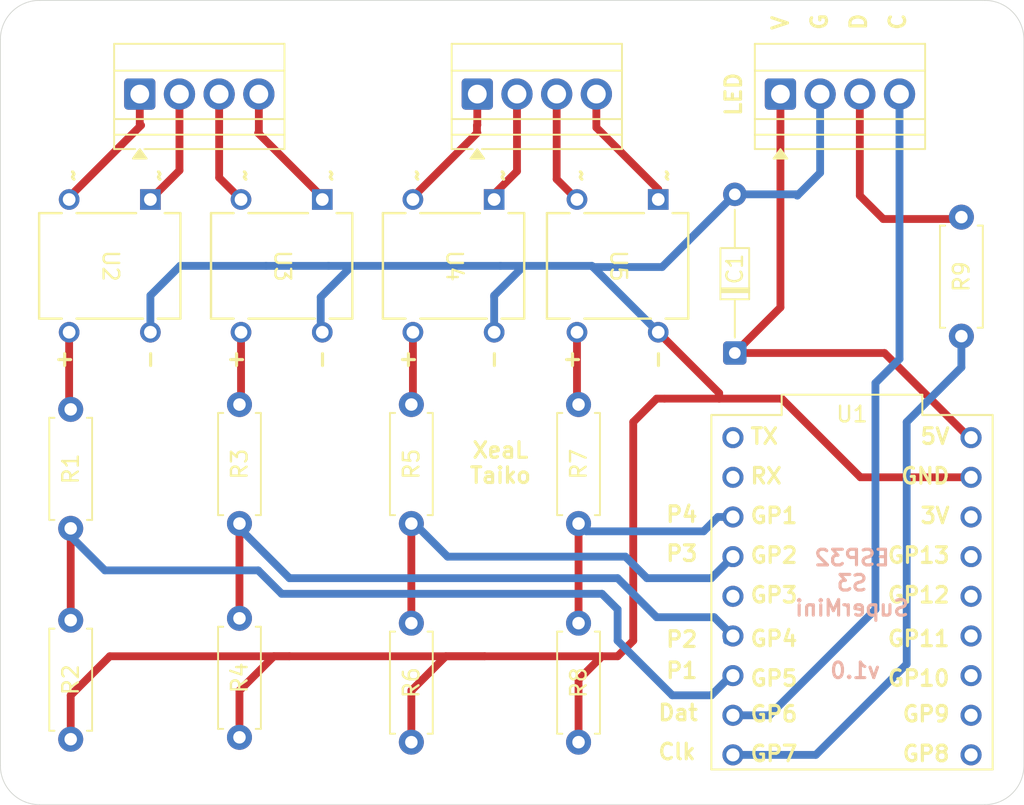
<source format=kicad_pcb>
(kicad_pcb (version 20241229) (generator "pcbnew") (generator_version "9.0")
  (layers (0 "F.Cu" signal) (2 "B.Cu" signal) (13 "F.Paste" user) (15 "B.Paste" user) (5 "F.SilkS" user "F.Silkscreen") (7 "B.SilkS" user "B.Silkscreen") (1 "F.Mask" user) (3 "B.Mask" user) (25 "Edge.Cuts" user))
  (net 0 "")
  (net 1 "GND")
  (net 2 "Net-(J3-Pin_1)")
  (net 3 "Net-(J1-Pin_4)")
  (net 4 "Net-(J1-Pin_1)")
  (net 5 "Net-(J1-Pin_2)")
  (net 6 "Net-(J1-Pin_3)")
  (net 7 "Net-(J2-Pin_3)")
  (net 8 "Net-(J2-Pin_1)")
  (net 9 "Net-(J2-Pin_4)")
  (net 10 "Net-(J2-Pin_2)")
  (net 11 "Net-(J3-Pin_3)")
  (net 12 "Net-(J3-Pin_4)")
  (net 13 "Net-(R1-Pad1)")
  (net 14 "Net-(U1-GP5)")
  (net 15 "Net-(R3-Pad1)")
  (net 16 "Net-(U1-GP4)")
  (net 17 "Net-(U1-GP2)")
  (net 18 "Net-(R5-Pad1)")
  (net 19 "Net-(R7-Pad1)")
  (net 20 "Net-(U1-GP1)")
  (net 21 "Net-(U1-GP7)")
  (footprint "DB107-G:DB107-G_CIP" (layer "F.Cu") (at 121.1 45.75 -90)
    (property "Reference" "U2" (at 4.25 2.54 270) (layer "F.SilkS"))
    (property "Value" "DB107-G")
    (fp_line (start 0.8718 7.1212) (end 7.6282 7.1212) (stroke (width 0.1524)) (layer "F.SilkS"))
    (fp_line (start 7.6282 7.1212) (end 7.6282 5.675703) (stroke (width 0.1524)) (layer "F.SilkS"))
    (fp_line (start 0.8718 5.675703) (end 0.8718 7.1212) (stroke (width 0.1524)) (layer "F.SilkS"))
    (fp_line (start 7.6282 4.724297) (end 7.6282 0.475703) (stroke (width 0.1524)) (layer "F.SilkS"))
    (fp_line (start 0.8718 0.917356) (end 0.8718 4.724297) (stroke (width 0.1524)) (layer "F.SilkS"))
    (fp_line (start 7.6282 -0.475703) (end 7.6282 -1.9212) (stroke (width 0.1524)) (layer "F.SilkS"))
    (fp_line (start 0.8718 -1.9212) (end 0.8718 -0.917356) (stroke (width 0.1524)) (layer "F.SilkS"))
    (fp_line (start 7.6282 -1.9212) (end 0.8718 -1.9212) (stroke (width 0.1524)) (layer "F.SilkS"))
    (fp_text user "~" (at -2 0 270) (layer "F.SilkS") (effects (font (thickness 0.2) (bold yes)) (justify left bottom)))
    (fp_text user "+" (at 9.5 6 270) (layer "F.SilkS") (effects (font (thickness 0.2) (bold yes)) (justify left bottom)))
    (fp_text user "~" (at -2 5.5 270) (layer "F.SilkS") (effects (font (thickness 0.2) (bold yes)) (justify left bottom)))
    (fp_text user "-" (at 9.5 0.5 270) (layer "F.SilkS") (effects (font (thickness 0.2) (bold yes)) (justify left bottom)))
    (pad "1" thru_hole rect (at 0 0 270) (size 1.3208 1.3208) (drill 0.8128) (layers "*.Cu" "*.Mask") (net 5 "Net-(J1-Pin_2)"))
    (pad "2" thru_hole circle (at 0 5.2 270) (size 1.3208 1.3208) (drill 0.8128) (layers "*.Cu" "*.Mask") (net 4 "Net-(J1-Pin_1)"))
    (pad "3" thru_hole circle (at 8.499999 5.2 270) (size 1.3208 1.3208) (drill 0.8128) (layers "*.Cu" "*.Mask") (net 13 "Net-(R1-Pad1)"))
    (pad "4" thru_hole circle (at 8.499999 0 270) (size 1.3208 1.3208) (drill 0.8128) (layers "*.Cu" "*.Mask") (net 1 "GND"))
  )
  (footprint "Resistor_THT:R_Axial_DIN0207_L6.3mm_D2.5mm_P7.62mm_Horizontal" (layer "F.Cu") (at 126.8 58.88 -90)
    (property "Reference" "R3" (at 3.81 0 90) (layer "F.SilkS"))
    (property "Value" "100k")
    (fp_line (start 0.54 1.37) (end 7.08 1.37) (stroke (width 0.12)) (layer "F.SilkS"))
    (fp_line (start 7.08 1.37) (end 7.08 1.04) (stroke (width 0.12)) (layer "F.SilkS"))
    (fp_line (start 0.54 1.04) (end 0.54 1.37) (stroke (width 0.12)) (layer "F.SilkS"))
    (fp_line (start 0.54 -1.04) (end 0.54 -1.37) (stroke (width 0.12)) (layer "F.SilkS"))
    (fp_line (start 0.54 -1.37) (end 7.08 -1.37) (stroke (width 0.12)) (layer "F.SilkS"))
    (fp_line (start 7.08 -1.37) (end 7.08 -1.04) (stroke (width 0.12)) (layer "F.SilkS"))
    (pad "1" thru_hole circle (at 0 0 270) (size 1.6 1.6) (drill 0.8) (layers "*.Cu" "*.Mask") (net 15 "Net-(R3-Pad1)"))
    (pad "2" thru_hole circle (at 7.62 0 270) (size 1.6 1.6) (drill 0.8) (layers "*.Cu" "*.Mask") (net 16 "Net-(U1-GP4)"))
  )
  (footprint "MountingHole:MountingHole_3mm" (layer "F.Cu") (at 121.5 79.5)
    (property "Reference" "REF**" (hide yes))
    (property "Value" "MountingHole_3mm")
    (pad "" np_thru_hole circle (at 0 0) (size 3 3) (drill 3) (layers "*.Cu" "*.Mask"))
  )
  (footprint "Resistor_THT:R_Axial_DIN0207_L6.3mm_D2.5mm_P7.62mm_Horizontal" (layer "F.Cu") (at 137.8 58.88 -90)
    (property "Reference" "R5" (at 3.81 0 90) (layer "F.SilkS"))
    (property "Value" "100k")
    (fp_line (start 0.54 1.37) (end 7.08 1.37) (stroke (width 0.12)) (layer "F.SilkS"))
    (fp_line (start 7.08 1.37) (end 7.08 1.04) (stroke (width 0.12)) (layer "F.SilkS"))
    (fp_line (start 0.54 1.04) (end 0.54 1.37) (stroke (width 0.12)) (layer "F.SilkS"))
    (fp_line (start 0.54 -1.04) (end 0.54 -1.37) (stroke (width 0.12)) (layer "F.SilkS"))
    (fp_line (start 0.54 -1.37) (end 7.08 -1.37) (stroke (width 0.12)) (layer "F.SilkS"))
    (fp_line (start 7.08 -1.37) (end 7.08 -1.04) (stroke (width 0.12)) (layer "F.SilkS"))
    (pad "1" thru_hole circle (at 0 0 270) (size 1.6 1.6) (drill 0.8) (layers "*.Cu" "*.Mask") (net 18 "Net-(R5-Pad1)"))
    (pad "2" thru_hole circle (at 7.62 0 270) (size 1.6 1.6) (drill 0.8) (layers "*.Cu" "*.Mask") (net 17 "Net-(U1-GP2)"))
  )
  (footprint "esp32-s3-supermini:esp32-s3-supermini" (layer "F.Cu") (at 166 70.9)
    (property "Reference" "U1" (at 0 -11.4 0) (layer "F.SilkS"))
    (property "Value" "ESP32-S3-Supermini")
    (fp_line (start -9 11.35) (end -9 -11.35) (stroke (width 0.127)) (layer "F.SilkS"))
    (fp_line (start -4.5 -12.65) (end -4.5 -11.35) (stroke (width 0.127)) (layer "F.SilkS"))
    (fp_line (start -4.5 -11.35) (end -9 -11.35) (stroke (width 0.127)) (layer "F.SilkS"))
    (fp_line (start 4.5 -12.65) (end -4.5 -12.65) (stroke (width 0.127)) (layer "F.SilkS"))
    (fp_line (start 4.5 -12.65) (end 4.5 -11.35) (stroke (width 0.127)) (layer "F.SilkS"))
    (fp_line (start 9 -11.35) (end 4.5 -11.35) (stroke (width 0.127)) (layer "F.SilkS"))
    (fp_line (start 9 11.35) (end -9 11.35) (stroke (width 0.127)) (layer "F.SilkS"))
    (fp_line (start 9 11.35) (end 9 -11.35) (stroke (width 0.127)) (layer "F.SilkS"))
    (fp_text user "GP6" (at -6.604 8.382 0) (layer "F.SilkS") (effects (font (thickness 0.2) (bold yes)) (justify left bottom)))
    (fp_text user "GP13" (at 6.35 -1.778 0) (layer "F.SilkS") (effects (font (thickness 0.2) (bold yes)) (justify right bottom)))
    (fp_text user "GP10" (at 6.35 6.096 0) (layer "F.SilkS") (effects (font (thickness 0.2) (bold yes)) (justify right bottom)))
    (fp_text user "5V" (at 6.35 -9.398 0) (layer "F.SilkS") (effects (font (thickness 0.2) (bold yes)) (justify right bottom)))
    (fp_text user "GND" (at 6.35 -6.858 0) (layer "F.SilkS") (effects (font (thickness 0.2) (bold yes)) (justify right bottom)))
    (fp_text user "GP1" (at -6.604 -4.318 0) (layer "F.SilkS") (effects (font (thickness 0.2) (bold yes)) (justify left bottom)))
    (fp_text user "GP2" (at -6.604 -1.778 0) (layer "F.SilkS") (effects (font (thickness 0.2) (bold yes)) (justify left bottom)))
    (fp_text user "3V" (at 6.35 -4.318 0) (layer "F.SilkS") (effects (font (thickness 0.2) (bold yes)) (justify right bottom)))
    (fp_text user "GP7" (at -6.604 10.922 0) (layer "F.SilkS") (effects (font (thickness 0.2) (bold yes)) (justify left bottom)))
    (fp_text user "GP5" (at -6.604 6.096 0) (layer "F.SilkS") (effects (font (thickness 0.2) (bold yes)) (justify left bottom)))
    (fp_text user "GP8" (at 6.35 10.922 0) (layer "F.SilkS") (effects (font (thickness 0.2) (bold yes)) (justify right bottom)))
    (fp_text user "GP3" (at -6.604 0.762 0) (layer "F.SilkS") (effects (font (thickness 0.2) (bold yes)) (justify left bottom)))
    (fp_text user "GP11" (at 6.35 3.556 0) (layer "F.SilkS") (effects (font (thickness 0.2) (bold yes)) (justify right bottom)))
    (fp_text user "GP12" (at 6.35 0.762 0) (layer "F.SilkS") (effects (font (thickness 0.2) (bold yes)) (justify right bottom)))
    (fp_text user "TX" (at -6.604 -9.398 0) (layer "F.SilkS") (effects (font (thickness 0.2) (bold yes)) (justify left bottom)))
    (fp_text user "GP9" (at 6.35 8.382 0) (layer "F.SilkS") (effects (font (thickness 0.2) (bold yes)) (justify right bottom)))
    (fp_text user "RX" (at -6.604 -6.858 0) (layer "F.SilkS") (effects (font (thickness 0.2) (bold yes)) (justify left bottom)))
    (fp_text user "GP4" (at -6.604 3.556 0) (layer "F.SilkS") (effects (font (thickness 0.2) (bold yes)) (justify left bottom)))
    (pad "1" thru_hole circle (at -7.62 -9.9) (size 1.348 1.348) (drill 0.84) (layers "*.Cu" "*.Mask"))
    (pad "2" thru_hole circle (at -7.62 -7.36) (size 1.348 1.348) (drill 0.84) (layers "*.Cu" "*.Mask"))
    (pad "3" thru_hole circle (at -7.62 -4.82) (size 1.348 1.348) (drill 0.84) (layers "*.Cu" "*.Mask") (net 20 "Net-(U1-GP1)"))
    (pad "4" thru_hole circle (at -7.62 -2.28) (size 1.348 1.348) (drill 0.84) (layers "*.Cu" "*.Mask") (net 17 "Net-(U1-GP2)"))
    (pad "5" thru_hole circle (at -7.62 0.26) (size 1.348 1.348) (drill 0.84) (layers "*.Cu" "*.Mask"))
    (pad "6" thru_hole circle (at -7.62 2.8) (size 1.348 1.348) (drill 0.84) (layers "*.Cu" "*.Mask") (net 16 "Net-(U1-GP4)"))
    (pad "7" thru_hole circle (at -7.62 5.34) (size 1.348 1.348) (drill 0.84) (layers "*.Cu" "*.Mask") (net 14 "Net-(U1-GP5)"))
    (pad "8" thru_hole circle (at -7.62 7.88) (size 1.348 1.348) (drill 0.84) (layers "*.Cu" "*.Mask") (net 12 "Net-(J3-Pin_4)"))
    (pad "9" thru_hole circle (at -7.62 10.414) (size 1.348 1.348) (drill 0.84) (layers "*.Cu" "*.Mask") (net 21 "Net-(U1-GP7)"))
    (pad "10" thru_hole circle (at 7.62 10.414) (size 1.348 1.348) (drill 0.84) (layers "*.Cu" "*.Mask"))
    (pad "11" thru_hole circle (at 7.62 7.88) (size 1.348 1.348) (drill 0.84) (layers "*.Cu" "*.Mask"))
    (pad "12" thru_hole circle (at 7.62 5.34) (size 1.348 1.348) (drill 0.84) (layers "*.Cu" "*.Mask"))
    (pad "13" thru_hole circle (at 7.62 2.8) (size 1.348 1.348) (drill 0.84) (layers "*.Cu" "*.Mask"))
    (pad "14" thru_hole circle (at 7.62 0.26) (size 1.348 1.348) (drill 0.84) (layers "*.Cu" "*.Mask"))
    (pad "15" thru_hole circle (at 7.62 -2.28) (size 1.348 1.348) (drill 0.84) (layers "*.Cu" "*.Mask"))
    (pad "16" thru_hole circle (at 7.62 -4.82) (size 1.348 1.348) (drill 0.84) (layers "*.Cu" "*.Mask"))
    (pad "17" thru_hole circle (at 7.62 -7.36) (size 1.348 1.348) (drill 0.84) (layers "*.Cu" "*.Mask") (net 1 "GND"))
    (pad "18" thru_hole circle (at 7.62 -9.9) (size 1.348 1.348) (drill 0.84) (layers "*.Cu" "*.Mask") (net 2 "Net-(J3-Pin_1)"))
  )
  (footprint "DB107-G:DB107-G_CIP" (layer "F.Cu") (at 143.1 45.75 -90)
    (property "Reference" "U4" (at 4.25 2.54 270) (layer "F.SilkS"))
    (property "Value" "DB107-G")
    (fp_line (start 0.8718 7.1212) (end 7.6282 7.1212) (stroke (width 0.1524)) (layer "F.SilkS"))
    (fp_line (start 7.6282 7.1212) (end 7.6282 5.675703) (stroke (width 0.1524)) (layer "F.SilkS"))
    (fp_line (start 0.8718 5.675703) (end 0.8718 7.1212) (stroke (width 0.1524)) (layer "F.SilkS"))
    (fp_line (start 7.6282 4.724297) (end 7.6282 0.475703) (stroke (width 0.1524)) (layer "F.SilkS"))
    (fp_line (start 0.8718 0.917356) (end 0.8718 4.724297) (stroke (width 0.1524)) (layer "F.SilkS"))
    (fp_line (start 7.6282 -0.475703) (end 7.6282 -1.9212) (stroke (width 0.1524)) (layer "F.SilkS"))
    (fp_line (start 0.8718 -1.9212) (end 0.8718 -0.917356) (stroke (width 0.1524)) (layer "F.SilkS"))
    (fp_line (start 7.6282 -1.9212) (end 0.8718 -1.9212) (stroke (width 0.1524)) (layer "F.SilkS"))
    (fp_text user "-" (at 9.5 0.5 270) (layer "F.SilkS") (effects (font (thickness 0.2) (bold yes)) (justify left bottom)))
    (fp_text user "~" (at -2 5.5 270) (layer "F.SilkS") (effects (font (thickness 0.2) (bold yes)) (justify left bottom)))
    (fp_text user "~" (at -2 0 270) (layer "F.SilkS") (effects (font (thickness 0.2) (bold yes)) (justify left bottom)))
    (fp_text user "+" (at 9.5 6 270) (layer "F.SilkS") (effects (font (thickness 0.2) (bold yes)) (justify left bottom)))
    (pad "1" thru_hole rect (at 0 0 270) (size 1.3208 1.3208) (drill 0.8128) (layers "*.Cu" "*.Mask") (net 10 "Net-(J2-Pin_2)"))
    (pad "2" thru_hole circle (at 0 5.2 270) (size 1.3208 1.3208) (drill 0.8128) (layers "*.Cu" "*.Mask") (net 8 "Net-(J2-Pin_1)"))
    (pad "3" thru_hole circle (at 8.499999 5.2 270) (size 1.3208 1.3208) (drill 0.8128) (layers "*.Cu" "*.Mask") (net 18 "Net-(R5-Pad1)"))
    (pad "4" thru_hole circle (at 8.499999 0 270) (size 1.3208 1.3208) (drill 0.8128) (layers "*.Cu" "*.Mask") (net 1 "GND"))
  )
  (footprint "Resistor_THT:R_Axial_DIN0207_L6.3mm_D2.5mm_P7.62mm_Horizontal" (layer "F.Cu") (at 137.8 72.88 -90)
    (property "Reference" "R6" (at 3.81 0 90) (layer "F.SilkS"))
    (property "Value" "100k")
    (fp_line (start 0.54 1.37) (end 7.08 1.37) (stroke (width 0.12)) (layer "F.SilkS"))
    (fp_line (start 7.08 1.37) (end 7.08 1.04) (stroke (width 0.12)) (layer "F.SilkS"))
    (fp_line (start 0.54 1.04) (end 0.54 1.37) (stroke (width 0.12)) (layer "F.SilkS"))
    (fp_line (start 0.54 -1.04) (end 0.54 -1.37) (stroke (width 0.12)) (layer "F.SilkS"))
    (fp_line (start 0.54 -1.37) (end 7.08 -1.37) (stroke (width 0.12)) (layer "F.SilkS"))
    (fp_line (start 7.08 -1.37) (end 7.08 -1.04) (stroke (width 0.12)) (layer "F.SilkS"))
    (pad "1" thru_hole circle (at 0 0 270) (size 1.6 1.6) (drill 0.8) (layers "*.Cu" "*.Mask") (net 17 "Net-(U1-GP2)"))
    (pad "2" thru_hole circle (at 7.62 0 270) (size 1.6 1.6) (drill 0.8) (layers "*.Cu" "*.Mask") (net 1 "GND"))
  )
  (footprint "TerminalBlock:TerminalBlock_Xinya_XY308-2.54-4P_1x04_P2.54mm_Horizontal" (layer "F.Cu") (at 120.42 39)
    (property "Reference" "J1" (hide yes))
    (property "Value" "Screw_Terminal_01x04")
    (fp_line (start -1.64 -3.22) (end 9.26 -3.22) (stroke (width 0.12)) (layer "F.SilkS"))
    (fp_line (start -1.64 -1.5) (end 9.26 -1.5) (stroke (width 0.12)) (layer "F.SilkS"))
    (fp_line (start -1.64 1.6) (end 9.26 1.6) (stroke (width 0.12)) (layer "F.SilkS"))
    (fp_line (start -1.64 2.6) (end 9.26 2.6) (stroke (width 0.12)) (layer "F.SilkS"))
    (fp_line (start -1.64 3.52) (end -1.64 -3.22) (stroke (width 0.12)) (layer "F.SilkS"))
    (fp_line (start -0.3 3.52) (end -1.64 3.52) (stroke (width 0.12)) (layer "F.SilkS"))
    (fp_line (start 9.26 -3.22) (end 9.26 3.52) (stroke (width 0.12)) (layer "F.SilkS"))
    (fp_line (start 9.26 3.52) (end 0.3 3.52) (stroke (width 0.12)) (layer "F.SilkS"))
    (fp_poly (pts (xy 0 3.52) (xy 0.44 4.13) (xy -0.44 4.13)) (stroke (width 0.12)) (fill yes) (layer "F.SilkS"))
    (pad "1" thru_hole roundrect (at 0 0) (size 2 2) (drill 1.2) (layers "*.Cu" "*.Mask") (roundrect_rratio 0.125) (net 4 "Net-(J1-Pin_1)"))
    (pad "2" thru_hole circle (at 2.54 0) (size 2 2) (drill 1.2) (layers "*.Cu" "*.Mask") (net 5 "Net-(J1-Pin_2)"))
    (pad "3" thru_hole circle (at 5.08 0) (size 2 2) (drill 1.2) (layers "*.Cu" "*.Mask") (net 6 "Net-(J1-Pin_3)"))
    (pad "4" thru_hole circle (at 7.62 0) (size 2 2) (drill 1.2) (layers "*.Cu" "*.Mask") (net 3 "Net-(J1-Pin_4)"))
  )
  (footprint "Resistor_THT:R_Axial_DIN0207_L6.3mm_D2.5mm_P7.62mm_Horizontal" (layer "F.Cu") (at 116 72.69 -90)
    (property "Reference" "R2" (at 3.81 0 90) (layer "F.SilkS"))
    (property "Value" "100k")
    (fp_line (start 0.54 1.37) (end 7.08 1.37) (stroke (width 0.12)) (layer "F.SilkS"))
    (fp_line (start 7.08 1.37) (end 7.08 1.04) (stroke (width 0.12)) (layer "F.SilkS"))
    (fp_line (start 0.54 1.04) (end 0.54 1.37) (stroke (width 0.12)) (layer "F.SilkS"))
    (fp_line (start 0.54 -1.04) (end 0.54 -1.37) (stroke (width 0.12)) (layer "F.SilkS"))
    (fp_line (start 0.54 -1.37) (end 7.08 -1.37) (stroke (width 0.12)) (layer "F.SilkS"))
    (fp_line (start 7.08 -1.37) (end 7.08 -1.04) (stroke (width 0.12)) (layer "F.SilkS"))
    (pad "1" thru_hole circle (at 0 0 270) (size 1.6 1.6) (drill 0.8) (layers "*.Cu" "*.Mask") (net 14 "Net-(U1-GP5)"))
    (pad "2" thru_hole circle (at 7.62 0 270) (size 1.6 1.6) (drill 0.8) (layers "*.Cu" "*.Mask") (net 1 "GND"))
  )
  (footprint "Resistor_THT:R_Axial_DIN0207_L6.3mm_D2.5mm_P7.62mm_Horizontal" (layer "F.Cu") (at 148.5 58.88 -90)
    (property "Reference" "R7" (at 3.81 0 90) (layer "F.SilkS"))
    (property "Value" "100k")
    (fp_line (start 0.54 1.37) (end 7.08 1.37) (stroke (width 0.12)) (layer "F.SilkS"))
    (fp_line (start 7.08 1.37) (end 7.08 1.04) (stroke (width 0.12)) (layer "F.SilkS"))
    (fp_line (start 0.54 1.04) (end 0.54 1.37) (stroke (width 0.12)) (layer "F.SilkS"))
    (fp_line (start 0.54 -1.04) (end 0.54 -1.37) (stroke (width 0.12)) (layer "F.SilkS"))
    (fp_line (start 0.54 -1.37) (end 7.08 -1.37) (stroke (width 0.12)) (layer "F.SilkS"))
    (fp_line (start 7.08 -1.37) (end 7.08 -1.04) (stroke (width 0.12)) (layer "F.SilkS"))
    (pad "1" thru_hole circle (at 0 0 270) (size 1.6 1.6) (drill 0.8) (layers "*.Cu" "*.Mask") (net 19 "Net-(R7-Pad1)"))
    (pad "2" thru_hole circle (at 7.62 0 270) (size 1.6 1.6) (drill 0.8) (layers "*.Cu" "*.Mask") (net 20 "Net-(U1-GP1)"))
  )
  (footprint "Resistor_THT:R_Axial_DIN0207_L6.3mm_D2.5mm_P7.62mm_Horizontal" (layer "F.Cu") (at 126.8 72.57 -90)
    (property "Reference" "R4" (at 3.81 0 90) (layer "F.SilkS"))
    (property "Value" "100k")
    (fp_line (start 0.54 1.37) (end 7.08 1.37) (stroke (width 0.12)) (layer "F.SilkS"))
    (fp_line (start 7.08 1.37) (end 7.08 1.04) (stroke (width 0.12)) (layer "F.SilkS"))
    (fp_line (start 0.54 1.04) (end 0.54 1.37) (stroke (width 0.12)) (layer "F.SilkS"))
    (fp_line (start 0.54 -1.04) (end 0.54 -1.37) (stroke (width 0.12)) (layer "F.SilkS"))
    (fp_line (start 0.54 -1.37) (end 7.08 -1.37) (stroke (width 0.12)) (layer "F.SilkS"))
    (fp_line (start 7.08 -1.37) (end 7.08 -1.04) (stroke (width 0.12)) (layer "F.SilkS"))
    (pad "1" thru_hole circle (at 0 0 270) (size 1.6 1.6) (drill 0.8) (layers "*.Cu" "*.Mask") (net 16 "Net-(U1-GP4)"))
    (pad "2" thru_hole circle (at 7.62 0 270) (size 1.6 1.6) (drill 0.8) (layers "*.Cu" "*.Mask") (net 1 "GND"))
  )
  (footprint "DB107-G:DB107-G_CIP" (layer "F.Cu") (at 132.1 45.75 -90)
    (property "Reference" "U3" (at 4.25 2.54 270) (layer "F.SilkS"))
    (property "Value" "DB107-G")
    (fp_line (start 0.8718 7.1212) (end 7.6282 7.1212) (stroke (width 0.1524)) (layer "F.SilkS"))
    (fp_line (start 7.6282 7.1212) (end 7.6282 5.675703) (stroke (width 0.1524)) (layer "F.SilkS"))
    (fp_line (start 0.8718 5.675703) (end 0.8718 7.1212) (stroke (width 0.1524)) (layer "F.SilkS"))
    (fp_line (start 7.6282 4.724297) (end 7.6282 0.475703) (stroke (width 0.1524)) (layer "F.SilkS"))
    (fp_line (start 0.8718 0.917356) (end 0.8718 4.724297) (stroke (width 0.1524)) (layer "F.SilkS"))
    (fp_line (start 7.6282 -0.475703) (end 7.6282 -1.9212) (stroke (width 0.1524)) (layer "F.SilkS"))
    (fp_line (start 0.8718 -1.9212) (end 0.8718 -0.917356) (stroke (width 0.1524)) (layer "F.SilkS"))
    (fp_line (start 7.6282 -1.9212) (end 0.8718 -1.9212) (stroke (width 0.1524)) (layer "F.SilkS"))
    (fp_text user "~" (at -2 5.5 270) (layer "F.SilkS") (effects (font (thickness 0.2) (bold yes)) (justify left bottom)))
    (fp_text user "~" (at -2 0 270) (layer "F.SilkS") (effects (font (thickness 0.2) (bold yes)) (justify left bottom)))
    (fp_text user "-" (at 9.5 0.5 270) (layer "F.SilkS") (effects (font (thickness 0.2) (bold yes)) (justify left bottom)))
    (fp_text user "+" (at 9.5 6 270) (layer "F.SilkS") (effects (font (thickness 0.2) (bold yes)) (justify left bottom)))
    (pad "1" thru_hole rect (at 0 0 270) (size 1.3208 1.3208) (drill 0.8128) (layers "*.Cu" "*.Mask") (net 3 "Net-(J1-Pin_4)"))
    (pad "2" thru_hole circle (at 0 5.2 270) (size 1.3208 1.3208) (drill 0.8128) (layers "*.Cu" "*.Mask") (net 6 "Net-(J1-Pin_3)"))
    (pad "3" thru_hole circle (at 8.499999 5.2 270) (size 1.3208 1.3208) (drill 0.8128) (layers "*.Cu" "*.Mask") (net 15 "Net-(R3-Pad1)"))
    (pad "4" thru_hole circle (at 8.499999 0 270) (size 1.3208 1.3208) (drill 0.8128) (layers "*.Cu" "*.Mask") (net 1 "GND"))
  )
  (footprint "Resistor_THT:R_Axial_DIN0207_L6.3mm_D2.5mm_P7.62mm_Horizontal" (layer "F.Cu") (at 173 54.5 90)
    (property "Reference" "R9" (at 3.81 0 90) (layer "F.SilkS"))
    (property "Value" "330")
    (fp_line (start 7.08 -1.37) (end 7.08 -1.04) (stroke (width 0.12)) (layer "F.SilkS"))
    (fp_line (start 0.54 -1.37) (end 7.08 -1.37) (stroke (width 0.12)) (layer "F.SilkS"))
    (fp_line (start 0.54 -1.04) (end 0.54 -1.37) (stroke (width 0.12)) (layer "F.SilkS"))
    (fp_line (start 0.54 1.04) (end 0.54 1.37) (stroke (width 0.12)) (layer "F.SilkS"))
    (fp_line (start 7.08 1.37) (end 7.08 1.04) (stroke (width 0.12)) (layer "F.SilkS"))
    (fp_line (start 0.54 1.37) (end 7.08 1.37) (stroke (width 0.12)) (layer "F.SilkS"))
    (pad "1" thru_hole circle (at 0 0 90) (size 1.6 1.6) (drill 0.8) (layers "*.Cu" "*.Mask") (net 21 "Net-(U1-GP7)"))
    (pad "2" thru_hole circle (at 7.62 0 90) (size 1.6 1.6) (drill 0.8) (layers "*.Cu" "*.Mask") (net 11 "Net-(J3-Pin_3)"))
  )
  (footprint "TerminalBlock:TerminalBlock_Xinya_XY308-2.54-4P_1x04_P2.54mm_Horizontal" (layer "F.Cu") (at 142.02 39)
    (property "Reference" "J2" (hide yes))
    (property "Value" "Screw_Terminal_01x04")
    (fp_line (start -1.64 -3.22) (end 9.26 -3.22) (stroke (width 0.12)) (layer "F.SilkS"))
    (fp_line (start -1.64 -1.5) (end 9.26 -1.5) (stroke (width 0.12)) (layer "F.SilkS"))
    (fp_line (start -1.64 1.6) (end 9.26 1.6) (stroke (width 0.12)) (layer "F.SilkS"))
    (fp_line (start -1.64 2.6) (end 9.26 2.6) (stroke (width 0.12)) (layer "F.SilkS"))
    (fp_line (start -1.64 3.52) (end -1.64 -3.22) (stroke (width 0.12)) (layer "F.SilkS"))
    (fp_line (start -0.3 3.52) (end -1.64 3.52) (stroke (width 0.12)) (layer "F.SilkS"))
    (fp_line (start 9.26 -3.22) (end 9.26 3.52) (stroke (width 0.12)) (layer "F.SilkS"))
    (fp_line (start 9.26 3.52) (end 0.3 3.52) (stroke (width 0.12)) (layer "F.SilkS"))
    (fp_poly (pts (xy 0 3.52) (xy 0.44 4.13) (xy -0.44 4.13)) (stroke (width 0.12)) (fill yes) (layer "F.SilkS"))
    (pad "1" thru_hole roundrect (at 0 0) (size 2 2) (drill 1.2) (layers "*.Cu" "*.Mask") (roundrect_rratio 0.125) (net 8 "Net-(J2-Pin_1)"))
    (pad "2" thru_hole circle (at 2.54 0) (size 2 2) (drill 1.2) (layers "*.Cu" "*.Mask") (net 10 "Net-(J2-Pin_2)"))
    (pad "3" thru_hole circle (at 5.08 0) (size 2 2) (drill 1.2) (layers "*.Cu" "*.Mask") (net 7 "Net-(J2-Pin_3)"))
    (pad "4" thru_hole circle (at 7.62 0) (size 2 2) (drill 1.2) (layers "*.Cu" "*.Mask") (net 9 "Net-(J2-Pin_4)"))
  )
  (footprint "Diode_THT:D_DO-34_SOD68_P10.16mm_Horizontal" (layer "F.Cu") (at 158.5 55.58 90)
    (property "Reference" "C1" (at 5.38 0 90) (layer "F.SilkS"))
    (property "Value" "C_Polarized")
    (fp_line (start 4.136 -0.92) (end 4.136 0.92) (stroke (width 0.12)) (layer "F.SilkS"))
    (fp_line (start 4.016 -0.92) (end 4.016 0.92) (stroke (width 0.12)) (layer "F.SilkS"))
    (fp_line (start 3.896 -0.92) (end 3.896 0.92) (stroke (width 0.12)) (layer "F.SilkS"))
    (fp_line (start 9.17 0) (end 6.72 0) (stroke (width 0.12)) (layer "F.SilkS"))
    (fp_line (start 0.99 0) (end 3.44 0) (stroke (width 0.12)) (layer "F.SilkS"))
    (fp_rect (start 3.44 -0.92) (end 6.72 0.92) (stroke (width 0.12)) (fill no) (layer "F.SilkS"))
    (pad "1" thru_hole roundrect (at 0 0 90) (size 1.5 1.5) (drill 0.75) (layers "*.Cu" "*.Mask") (roundrect_rratio 0.166667) (net 2 "Net-(J3-Pin_1)"))
    (pad "2" thru_hole circle (at 10.16 0 90) (size 1.5 1.5) (drill 0.75) (layers "*.Cu" "*.Mask") (net 1 "GND"))
  )
  (footprint "Resistor_THT:R_Axial_DIN0207_L6.3mm_D2.5mm_P7.62mm_Horizontal" (layer "F.Cu") (at 148.5 72.88 -90)
    (property "Reference" "R8" (at 3.81 0 90) (layer "F.SilkS"))
    (property "Value" "100k")
    (fp_line (start 0.54 1.37) (end 7.08 1.37) (stroke (width 0.12)) (layer "F.SilkS"))
    (fp_line (start 7.08 1.37) (end 7.08 1.04) (stroke (width 0.12)) (layer "F.SilkS"))
    (fp_line (start 0.54 1.04) (end 0.54 1.37) (stroke (width 0.12)) (layer "F.SilkS"))
    (fp_line (start 0.54 -1.04) (end 0.54 -1.37) (stroke (width 0.12)) (layer "F.SilkS"))
    (fp_line (start 0.54 -1.37) (end 7.08 -1.37) (stroke (width 0.12)) (layer "F.SilkS"))
    (fp_line (start 7.08 -1.37) (end 7.08 -1.04) (stroke (width 0.12)) (layer "F.SilkS"))
    (pad "1" thru_hole circle (at 0 0 270) (size 1.6 1.6) (drill 0.8) (layers "*.Cu" "*.Mask") (net 20 "Net-(U1-GP1)"))
    (pad "2" thru_hole circle (at 7.62 0 270) (size 1.6 1.6) (drill 0.8) (layers "*.Cu" "*.Mask") (net 1 "GND"))
  )
  (footprint "Resistor_THT:R_Axial_DIN0207_L6.3mm_D2.5mm_P7.62mm_Horizontal" (layer "F.Cu") (at 116 59.19 -90)
    (property "Reference" "R1" (at 3.81 0 90) (layer "F.SilkS"))
    (property "Value" "100k")
    (fp_line (start 0.54 1.37) (end 7.08 1.37) (stroke (width 0.12)) (layer "F.SilkS"))
    (fp_line (start 7.08 1.37) (end 7.08 1.04) (stroke (width 0.12)) (layer "F.SilkS"))
    (fp_line (start 0.54 1.04) (end 0.54 1.37) (stroke (width 0.12)) (layer "F.SilkS"))
    (fp_line (start 0.54 -1.04) (end 0.54 -1.37) (stroke (width 0.12)) (layer "F.SilkS"))
    (fp_line (start 0.54 -1.37) (end 7.08 -1.37) (stroke (width 0.12)) (layer "F.SilkS"))
    (fp_line (start 7.08 -1.37) (end 7.08 -1.04) (stroke (width 0.12)) (layer "F.SilkS"))
    (pad "1" thru_hole circle (at 0 0 270) (size 1.6 1.6) (drill 0.8) (layers "*.Cu" "*.Mask") (net 13 "Net-(R1-Pad1)"))
    (pad "2" thru_hole circle (at 7.62 0 270) (size 1.6 1.6) (drill 0.8) (layers "*.Cu" "*.Mask") (net 14 "Net-(U1-GP5)"))
  )
  (footprint "TerminalBlock:TerminalBlock_Xinya_XY308-2.54-4P_1x04_P2.54mm_Horizontal" (layer "F.Cu") (at 161.42 39)
    (property "Reference" "J3" (hide yes))
    (property "Value" "Screw_Terminal_01x04")
    (fp_line (start -1.64 -3.22) (end 9.26 -3.22) (stroke (width 0.12)) (layer "F.SilkS"))
    (fp_line (start -1.64 -1.5) (end 9.26 -1.5) (stroke (width 0.12)) (layer "F.SilkS"))
    (fp_line (start -1.64 1.6) (end 9.26 1.6) (stroke (width 0.12)) (layer "F.SilkS"))
    (fp_line (start -1.64 2.6) (end 9.26 2.6) (stroke (width 0.12)) (layer "F.SilkS"))
    (fp_line (start -1.64 3.52) (end -1.64 -3.22) (stroke (width 0.12)) (layer "F.SilkS"))
    (fp_line (start -0.3 3.52) (end -1.64 3.52) (stroke (width 0.12)) (layer "F.SilkS"))
    (fp_line (start 9.26 -3.22) (end 9.26 3.52) (stroke (width 0.12)) (layer "F.SilkS"))
    (fp_line (start 9.26 3.52) (end 0.3 3.52) (stroke (width 0.12)) (layer "F.SilkS"))
    (fp_poly (pts (xy 0 3.52) (xy 0.44 4.13) (xy -0.44 4.13)) (stroke (width 0.12)) (fill yes) (layer "F.SilkS"))
    (pad "1" thru_hole roundrect (at 0 0) (size 2 2) (drill 1.2) (layers "*.Cu" "*.Mask") (roundrect_rratio 0.125) (net 2 "Net-(J3-Pin_1)"))
    (pad "2" thru_hole circle (at 2.54 0) (size 2 2) (drill 1.2) (layers "*.Cu" "*.Mask") (net 1 "GND"))
    (pad "3" thru_hole circle (at 5.08 0) (size 2 2) (drill 1.2) (layers "*.Cu" "*.Mask") (net 11 "Net-(J3-Pin_3)"))
    (pad "4" thru_hole circle (at 7.62 0) (size 2 2) (drill 1.2) (layers "*.Cu" "*.Mask") (net 12 "Net-(J3-Pin_4)"))
  )
  (footprint "DB107-G:DB107-G_CIP" (layer "F.Cu") (at 153.6 45.75 -90)
    (property "Reference" "U5" (at 4.25 2.54 270) (layer "F.SilkS"))
    (property "Value" "DB107-G")
    (fp_line (start 0.8718 7.1212) (end 7.6282 7.1212) (stroke (width 0.1524)) (layer "F.SilkS"))
    (fp_line (start 7.6282 7.1212) (end 7.6282 5.675703) (stroke (width 0.1524)) (layer "F.SilkS"))
    (fp_line (start 0.8718 5.675703) (end 0.8718 7.1212) (stroke (width 0.1524)) (layer "F.SilkS"))
    (fp_line (start 7.6282 4.724297) (end 7.6282 0.475703) (stroke (width 0.1524)) (layer "F.SilkS"))
    (fp_line (start 0.8718 0.917356) (end 0.8718 4.724297) (stroke (width 0.1524)) (layer "F.SilkS"))
    (fp_line (start 7.6282 -0.475703) (end 7.6282 -1.9212) (stroke (width 0.1524)) (layer "F.SilkS"))
    (fp_line (start 0.8718 -1.9212) (end 0.8718 -0.917356) (stroke (width 0.1524)) (layer "F.SilkS"))
    (fp_line (start 7.6282 -1.9212) (end 0.8718 -1.9212) (stroke (width 0.1524)) (layer "F.SilkS"))
    (fp_text user "~" (at -2 5.5 270) (layer "F.SilkS") (effects (font (thickness 0.2) (bold yes)) (justify left bottom)))
    (fp_text user "~" (at -2 0 270) (layer "F.SilkS") (effects (font (thickness 0.2) (bold yes)) (justify left bottom)))
    (fp_text user "+" (at 9.5 6 270) (layer "F.SilkS") (effects (font (thickness 0.2) (bold yes)) (justify left bottom)))
    (fp_text user "-" (at 9.5 0.5 270) (layer "F.SilkS") (effects (font (thickness 0.2) (bold yes)) (justify left bottom)))
    (pad "1" thru_hole rect (at 0 0 270) (size 1.3208 1.3208) (drill 0.8128) (layers "*.Cu" "*.Mask") (net 9 "Net-(J2-Pin_4)"))
    (pad "2" thru_hole circle (at 0 5.2 270) (size 1.3208 1.3208) (drill 0.8128) (layers "*.Cu" "*.Mask") (net 7 "Net-(J2-Pin_3)"))
    (pad "3" thru_hole circle (at 8.499999 5.2 270) (size 1.3208 1.3208) (drill 0.8128) (layers "*.Cu" "*.Mask") (net 19 "Net-(R7-Pad1)"))
    (pad "4" thru_hole circle (at 8.499999 0 270) (size 1.3208 1.3208) (drill 0.8128) (layers "*.Cu" "*.Mask") (net 1 "GND"))
  )
  (footprint "MountingHole:MountingHole_3mm" (layer "F.Cu") (at 165.5 51)
    (property "Reference" "REF**" (hide yes))
    (property "Value" "MountingHole_3mm")
    (pad "" np_thru_hole circle (at 0 0) (size 3 3) (drill 3) (layers "*.Cu" "*.Mask"))
  )
  (footprint "MountingHole:MountingHole_3mm" (layer "F.Cu") (at 135 39)
    (property "Reference" "REF**" (hide yes))
    (property "Value" "MountingHole_3mm")
    (pad "" np_thru_hole circle (at 0 0) (size 3 3) (drill 3) (layers "*.Cu" "*.Mask"))
  )
  (gr_line (start 114 84.5) (end 174.5 84.5) (stroke (width 0.05)) (layer "Edge.Cuts"))
  (gr_line (start 174.5 33) (end 114 33) (stroke (width 0.05)) (layer "Edge.Cuts"))
  (gr_arc (start 111.5 35.5) (mid 112.232233 33.732233) (end 114 33) (stroke (width 0.05)) (layer "Edge.Cuts"))
  (gr_line (start 111.5 35.5) (end 111.5 82) (stroke (width 0.05)) (layer "Edge.Cuts"))
  (gr_arc (start 114 84.5) (mid 112.232233 83.767767) (end 111.5 82) (stroke (width 0.05)) (layer "Edge.Cuts"))
  (gr_line (start 177 82) (end 177 35.5) (stroke (width 0.05)) (layer "Edge.Cuts"))
  (gr_arc (start 177 82) (mid 176.267767 83.767767) (end 174.5 84.5) (stroke (width 0.05)) (layer "Edge.Cuts"))
  (gr_arc (start 174.5 33) (mid 176.267767 33.732233) (end 177 35.5) (stroke (width 0.05)) (layer "Edge.Cuts"))
  (gr_text "G" (at 164.5 35 90) (layer "F.SilkS") (effects (font (size 1 1) (thickness 0.2) (bold yes)) (justify left bottom)))
  (gr_text "P4" (at 154 66.5 0) (layer "F.SilkS") (effects (font (size 1 1) (thickness 0.2) (bold yes)) (justify left bottom)))
  (gr_text "V" (at 162 35 90) (layer "F.SilkS") (effects (font (size 1 1) (thickness 0.2) (bold yes)) (justify left bottom)))
  (gr_text "P3" (at 154 69 0) (layer "F.SilkS") (effects (font (size 1 1) (thickness 0.2) (bold yes)) (justify left bottom)))
  (gr_text "XeaL\nTaiko\n" (at 143.5 64 0) (layer "F.SilkS") (effects (font (size 1 1) (thickness 0.2) (bold yes)) (justify bottom)))
  (gr_text "D" (at 167 35 90) (layer "F.SilkS") (effects (font (size 1 1) (thickness 0.2) (bold yes)) (justify left bottom)))
  (gr_text "P2" (at 154 74.5 0) (layer "F.SilkS") (effects (font (size 1 1) (thickness 0.2) (bold yes)) (justify left bottom)))
  (gr_text "C" (at 169.5 35 90) (layer "F.SilkS") (effects (font (size 1 1) (thickness 0.2) (bold yes)) (justify left bottom)))
  (gr_text "Dat" (at 153.5 79.2 0) (layer "F.SilkS") (effects (font (size 1 1) (thickness 0.2) (bold yes)) (justify left bottom)))
  (gr_text "P1" (at 154 76.5 0) (layer "F.SilkS") (effects (font (size 1 1) (thickness 0.2) (bold yes)) (justify left bottom)))
  (gr_text "LED" (at 159 40.5 90) (layer "F.SilkS") (effects (font (size 1 1) (thickness 0.2) (bold yes)) (justify left bottom)))
  (gr_text "Clk" (at 153.5 81.7 0) (layer "F.SilkS") (effects (font (size 1 1) (thickness 0.2) (bold yes)) (justify left bottom)))
  (gr_text "ESP32\nS3\nSuperMini" (at 166 72.5 0) (layer "B.SilkS") (effects (font (size 1 1) (thickness 0.2) (bold yes)) (justify bottom mirror)))
  (gr_text "v1.0" (at 166.2 76.5 0) (layer "B.SilkS") (effects (font (size 1 1) (thickness 0.2) (bold yes)) (justify bottom mirror)))
  (segment (start 161.5 58.5) (end 157.5 58.5) (width 0.5) (layer "F.Cu") (net 1))
  (segment (start 142.5 75) (end 140 75) (width 0.5) (layer "F.Cu") (net 1))
  (segment (start 137.8 77.2) (end 137.8 80.5) (width 0.5) (layer "F.Cu") (net 1))
  (segment (start 151 75) (end 150 75) (width 0.5) (layer "F.Cu") (net 1))
  (segment (start 142.5 75) (end 150 75) (width 0.5) (layer "F.Cu") (net 1))
  (segment (start 130 75) (end 129 75) (width 0.5) (layer "F.Cu") (net 1))
  (segment (start 173.62 63.54) (end 166.54 63.54) (width 0.5) (layer "F.Cu") (net 1))
  (segment (start 151 75) (end 152 74) (width 0.5) (layer "F.Cu") (net 1))
  (segment (start 152 60) (end 152 74) (width 0.5) (layer "F.Cu") (net 1))
  (segment (start 118.5 75) (end 116 77.5) (width 0.5) (layer "F.Cu") (net 1))
  (segment (start 154 58.5) (end 153.5 58.5) (width 0.5) (layer "F.Cu") (net 1))
  (segment (start 130 75) (end 118.5 75) (width 0.5) (layer "F.Cu") (net 1))
  (segment (start 153.5 58.5) (end 152 60) (width 0.5) (layer "F.Cu") (net 1))
  (segment (start 116 80.31) (end 116 80.5) (width 0.5) (layer "F.Cu") (net 1))
  (segment (start 153.6 54.249999) (end 157.5 58.149999) (width 0.5) (layer "F.Cu") (net 1))
  (segment (start 140 75) (end 137.8 77.2) (width 0.5) (layer "F.Cu") (net 1))
  (segment (start 116 77.5) (end 116 80.31) (width 0.5) (layer "F.Cu") (net 1))
  (segment (start 142.5 75) (end 130 75) (width 0.5) (layer "F.Cu") (net 1))
  (segment (start 129 75) (end 126.8 77.2) (width 0.5) (layer "F.Cu") (net 1))
  (segment (start 150 75) (end 148.5 76.5) (width 0.5) (layer "F.Cu") (net 1))
  (segment (start 148.5 76.5) (end 148.5 80.5) (width 0.5) (layer "F.Cu") (net 1))
  (segment (start 126.8 77.2) (end 126.8 80.19) (width 0.5) (layer "F.Cu") (net 1))
  (segment (start 166.54 63.54) (end 161.5 58.5) (width 0.5) (layer "F.Cu") (net 1))
  (segment (start 157.5 58.149999) (end 157.5 58.5) (width 0.5) (layer "F.Cu") (net 1))
  (segment (start 157.5 58.5) (end 154 58.5) (width 0.5) (layer "F.Cu") (net 1))
  (segment (start 162.5 45.5) (end 163.96 44.04) (width 0.5) (layer "B.Cu") (net 1))
  (segment (start 132.5 50) (end 134 50) (width 0.5) (layer "B.Cu") (net 1))
  (segment (start 162.42 45.42) (end 162.5 45.5) (width 0.5) (layer "B.Cu") (net 1))
  (segment (start 132 54.149999) (end 132.1 54.249999) (width 0.5) (layer "B.Cu") (net 1))
  (segment (start 153.6 54.249999) (end 149.425 50.075) (width 0.5) (layer "B.Cu") (net 1))
  (segment (start 163.96 44.04) (end 163.96 39) (width 0.5) (layer "B.Cu") (net 1))
  (segment (start 121.1 54.249999) (end 121.1 51.9) (width 0.5) (layer "B.Cu") (net 1))
  (segment (start 158.5 45.42) (end 162.42 45.42) (width 0.5) (layer "B.Cu") (net 1))
  (segment (start 153.845 50.075) (end 158.5 45.42) (width 0.5) (layer "B.Cu") (net 1))
  (segment (start 123 50) (end 128.5 50) (width 0.5) (layer "B.Cu") (net 1))
  (segment (start 149.425 50.075) (end 149.350001 50) (width 0.5) (layer "B.Cu") (net 1))
  (segment (start 145 50) (end 149.350001 50) (width 0.5) (layer "B.Cu") (net 1))
  (segment (start 143.5 50) (end 145 50) (width 0.5) (layer "B.Cu") (net 1))
  (segment (start 143.1 54.249999) (end 143.1 52) (width 0.5) (layer "B.Cu") (net 1))
  (segment (start 128.5 50) (end 132.5 50) (width 0.5) (layer "B.Cu") (net 1))
  (segment (start 134 50) (end 132 52) (width 0.5) (layer "B.Cu") (net 1))
  (segment (start 132 52) (end 132 54.149999) (width 0.5) (layer "B.Cu") (net 1))
  (segment (start 143.1 51.9) (end 145 50) (width 0.5) (layer "B.Cu") (net 1))
  (segment (start 134 50) (end 143.5 50) (width 0.5) (layer "B.Cu") (net 1))
  (segment (start 121.1 51.9) (end 123 50) (width 0.5) (layer "B.Cu") (net 1))
  (segment (start 149.425 50.075) (end 153.845 50.075) (width 0.5) (layer "B.Cu") (net 1))
  (segment (start 143.1 52) (end 143.1 51.9) (width 0.5) (layer "B.Cu") (net 1))
  (segment (start 173.62 61) (end 173.5 61) (width 0.5) (layer "F.Cu") (net 2))
  (segment (start 173.5 61) (end 168.08 55.58) (width 0.5) (layer "F.Cu") (net 2))
  (segment (start 168.08 55.58) (end 158.5 55.58) (width 0.5) (layer "F.Cu") (net 2))
  (segment (start 161.42 52.66) (end 161.42 39) (width 0.5) (layer "F.Cu") (net 2))
  (segment (start 158.5 55.58) (end 161.42 52.66) (width 0.5) (layer "F.Cu") (net 2))
  (segment (start 132.1 45.6) (end 132.1 45.75) (width 0.5) (layer "F.Cu") (net 3))
  (segment (start 128 41.5) (end 132.1 45.6) (width 0.5) (layer "F.Cu") (net 3))
  (segment (start 128.04 41.46) (end 128.04 39) (width 0.5) (layer "F.Cu") (net 3))
  (segment (start 128.04 41.46) (end 128 41.5) (width 0.5) (layer "F.Cu") (net 3))
  (segment (start 115.9 45.6) (end 120.5 41) (width 0.5) (layer "F.Cu") (net 4))
  (segment (start 120.5 41) (end 120.42 40.92) (width 0.5) (layer "F.Cu") (net 4))
  (segment (start 120.42 40.92) (end 120.42 39) (width 0.5) (layer "F.Cu") (net 4))
  (segment (start 115.9 45.75) (end 115.9 45.6) (width 0.5) (layer "F.Cu") (net 4))
  (segment (start 122.96 43.89) (end 122.96 39) (width 0.5) (layer "F.Cu") (net 5))
  (segment (start 121.1 45.75) (end 122.96 43.89) (width 0.5) (layer "F.Cu") (net 5))
  (segment (start 125.5 44.35) (end 125.5 39) (width 0.5) (layer "F.Cu") (net 6))
  (segment (start 126.9 45.75) (end 125.5 44.35) (width 0.5) (layer "F.Cu") (net 6))
  (segment (start 148.4 45.75) (end 147.1 44.45) (width 0.5) (layer "F.Cu") (net 7))
  (segment (start 147.1 44.45) (end 147.1 39) (width 0.5) (layer "F.Cu") (net 7))
  (segment (start 142.02 41.48) (end 142 41.46) (width 0.5) (layer "F.Cu") (net 8))
  (segment (start 137.9 45.75) (end 137.9 45.6) (width 0.5) (layer "F.Cu") (net 8))
  (segment (start 142.02 40.98) (end 142.02 39) (width 0.5) (layer "F.Cu") (net 8))
  (segment (start 142 41) (end 142.02 40.98) (width 0.5) (layer "F.Cu") (net 8))
  (segment (start 137.9 45.6) (end 142.02 41.48) (width 0.5) (layer "F.Cu") (net 8))
  (segment (start 142 41.46) (end 142 41) (width 0.5) (layer "F.Cu") (net 8))
  (segment (start 153.6 45.1) (end 149.64 41.14) (width 0.5) (layer "F.Cu") (net 9))
  (segment (start 149.64 41.14) (end 149.64 39) (width 0.5) (layer "F.Cu") (net 9))
  (segment (start 153.6 45.75) (end 153.6 45.1) (width 0.5) (layer "F.Cu") (net 9))
  (segment (start 144.56 43.94) (end 144.56 39) (width 0.5) (layer "F.Cu") (net 10))
  (segment (start 143.1 45.75) (end 143.1 45.4) (width 0.5) (layer "F.Cu") (net 10))
  (segment (start 143.1 45.4) (end 144.56 43.94) (width 0.5) (layer "F.Cu") (net 10))
  (segment (start 168 47) (end 166.5 45.5) (width 0.5) (layer "F.Cu") (net 11))
  (segment (start 173 46.88) (end 173 47) (width 0.5) (layer "F.Cu") (net 11))
  (segment (start 173 47) (end 168 47) (width 0.5) (layer "F.Cu") (net 11))
  (segment (start 166.5 45.5) (end 166.5 39) (width 0.5) (layer "F.Cu") (net 11))
  (segment (start 160.72 78.78) (end 167.5 72) (width 0.5) (layer "B.Cu") (net 12))
  (segment (start 158.38 78.78) (end 160.72 78.78) (width 0.5) (layer "B.Cu") (net 12))
  (segment (start 169.04 55.96) (end 169.04 39) (width 0.5) (layer "B.Cu") (net 12))
  (segment (start 167.5 57.5) (end 169.04 55.96) (width 0.5) (layer "B.Cu") (net 12))
  (segment (start 167.5 72) (end 167.5 57.5) (width 0.5) (layer "B.Cu") (net 12))
  (segment (start 115.9 59.09) (end 116 59.19) (width 0.5) (layer "F.Cu") (net 13))
  (segment (start 115.9 54.249999) (end 115.9 59.09) (width 0.5) (layer "F.Cu") (net 13))
  (segment (start 116 66.81) (end 116 72.69) (width 0.5) (layer "F.Cu") (net 14))
  (segment (start 150 71) (end 129.5 71) (width 0.5) (layer "B.Cu") (net 14))
  (segment (start 154.5 77.5) (end 151 74) (width 0.5) (layer "B.Cu") (net 14))
  (segment (start 118.19 69.5) (end 128 69.5) (width 0.5) (layer "B.Cu") (net 14))
  (segment (start 158.38 76.24) (end 158.26 76.24) (width 0.5) (layer "B.Cu") (net 14))
  (segment (start 115.5 66.81) (end 118.19 69.5) (width 0.5) (layer "B.Cu") (net 14))
  (segment (start 158.26 76.24) (end 157 77.5) (width 0.5) (layer "B.Cu") (net 14))
  (segment (start 151 72) (end 150 71) (width 0.5) (layer "B.Cu") (net 14))
  (segment (start 151 74) (end 151 72) (width 0.5) (layer "B.Cu") (net 14))
  (segment (start 128 69.5) (end 129.5 71) (width 0.5) (layer "B.Cu") (net 14))
  (segment (start 157 77.5) (end 154.5 77.5) (width 0.5) (layer "B.Cu") (net 14))
  (segment (start 126.9 54.249999) (end 126.9 58.78) (width 0.5) (layer "F.Cu") (net 15))
  (segment (start 126.9 58.78) (end 126.8 58.88) (width 0.5) (layer "F.Cu") (net 15))
  (segment (start 126.8 66.5) (end 126.8 72.57) (width 0.5) (layer "F.Cu") (net 16))
  (segment (start 158.38 73.7) (end 158.3 73.7) (width 0.5) (layer "B.Cu") (net 16))
  (segment (start 130 70) (end 126.5 66.5) (width 0.5) (layer "B.Cu") (net 16))
  (segment (start 153.5 72.5) (end 151 70) (width 0.5) (layer "B.Cu") (net 16))
  (segment (start 158.3 73.7) (end 158 74) (width 0.5) (layer "B.Cu") (net 16))
  (segment (start 151 70) (end 130 70) (width 0.5) (layer "B.Cu") (net 16))
  (segment (start 157.18 72.5) (end 153.5 72.5) (width 0.5) (layer "B.Cu") (net 16))
  (segment (start 158.38 73.7) (end 157.18 72.5) (width 0.5) (layer "B.Cu") (net 16))
  (segment (start 137.8 66.5) (end 137.8 72.88) (width 0.5) (layer "F.Cu") (net 17))
  (segment (start 151.5 68.62) (end 140.12 68.62) (width 0.5) (layer "B.Cu") (net 17))
  (segment (start 158.38 68.62) (end 157 70) (width 0.5) (layer "B.Cu") (net 17))
  (segment (start 157 70) (end 152.88 70) (width 0.5) (layer "B.Cu") (net 17))
  (segment (start 158.38 68.62) (end 158.5 68.5) (width 0.5) (layer "B.Cu") (net 17))
  (segment (start 140.12 68.62) (end 138 66.5) (width 0.5) (layer "B.Cu") (net 17))
  (segment (start 152.88 70) (end 151.5 68.62) (width 0.5) (layer "B.Cu") (net 17))
  (segment (start 137.88 58.88) (end 137.9 58.9) (width 0.5) (layer "F.Cu") (net 18))
  (segment (start 137.8 58.88) (end 137.88 58.88) (width 0.5) (layer "F.Cu") (net 18))
  (segment (start 137.9 58.9) (end 137.9 54.249999) (width 0.5) (layer "F.Cu") (net 18))
  (segment (start 148.4 58.78) (end 148.5 58.88) (width 0.5) (layer "F.Cu") (net 19))
  (segment (start 148.4 54.249999) (end 148.4 58.78) (width 0.5) (layer "F.Cu") (net 19))
  (segment (start 148.5 66.5) (end 148.5 72.88) (width 0.5) (layer "F.Cu") (net 20))
  (segment (start 156.5 67) (end 149 67) (width 0.5) (layer "B.Cu") (net 20))
  (segment (start 158.42 66.08) (end 158.5 66) (width 0.5) (layer "B.Cu") (net 20))
  (segment (start 158.38 66.08) (end 157.42 66.08) (width 0.5) (layer "B.Cu") (net 20))
  (segment (start 157.42 66.08) (end 156.5 67) (width 0.5) (layer "B.Cu") (net 20))
  (segment (start 158.38 66.08) (end 158.42 66.08) (width 0.5) (layer "B.Cu") (net 20))
  (segment (start 149 67) (end 148.5 66.5) (width 0.5) (layer "B.Cu") (net 20))
  (segment (start 169.5 60) (end 173 56.5) (width 0.5) (layer "B.Cu") (net 21))
  (segment (start 163.686 81.314) (end 169.5 75.5) (width 0.5) (layer "B.Cu") (net 21))
  (segment (start 158.38 81.314) (end 163.686 81.314) (width 0.5) (layer "B.Cu") (net 21))
  (segment (start 173 56.5) (end 173 54.5) (width 0.5) (layer "B.Cu") (net 21))
  (segment (start 169.5 75.5) (end 169.5 60) (width 0.5) (layer "B.Cu") (net 21))
)
</source>
